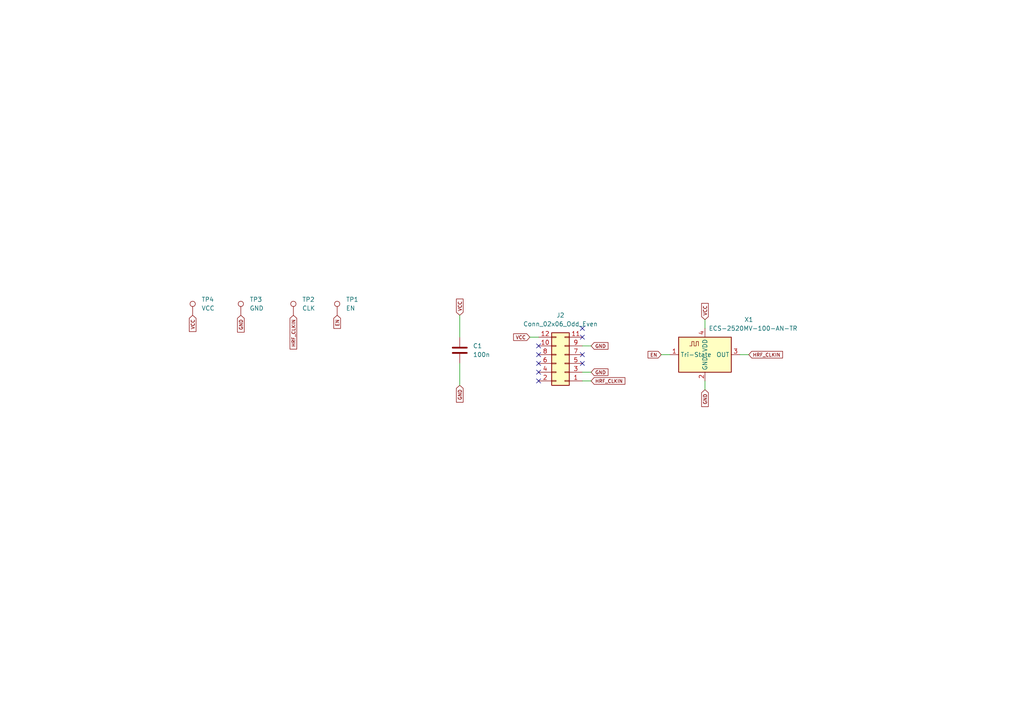
<source format=kicad_sch>
(kicad_sch (version 20230121) (generator eeschema)
  (paper "A4")
  (lib_symbols
    (symbol "Connector:TestPoint" (pin_numbers hide) (pin_names (offset 0.762) hide)
      (property "Reference" "TP" (at 0 6.858 0))
      (property "Value" "TestPoint" (at 0 5.08 0))
      (symbol "TestPoint_0_1"
        (circle (center 0 3.302) (radius 0.762))
      )
      (symbol "TestPoint_1_1"
        (pin passive line (at 0 0 90) (length 2.54) (name "1") (number "1"))
      )
    )
    (symbol "Connector_Generic:Conn_02x06_Odd_Even" (pin_names (offset 1.016) hide)
      (property "Reference" "J" (at 1.27 7.62 0))
      (property "Value" "Conn_02x06_Odd_Even" (at 1.27 -10.16 0))
      (symbol "Conn_02x06_Odd_Even_1_1"
        (rectangle (start -1.27 -7.493) (end 0 -7.747) (stroke (width 0.1524)))
        (rectangle (start -1.27 -4.953) (end 0 -5.207) (stroke (width 0.1524)))
        (rectangle (start -1.27 -2.413) (end 0 -2.667) (stroke (width 0.1524)))
        (rectangle (start -1.27 0.127) (end 0 -0.127) (stroke (width 0.1524)))
        (rectangle (start -1.27 2.667) (end 0 2.413) (stroke (width 0.1524)))
        (rectangle (start -1.27 5.207) (end 0 4.953) (stroke (width 0.1524)))
        (rectangle (start -1.27 6.35) (end 3.81 -8.89) (stroke (width 0.254)) (fill (type background)))
        (rectangle (start 3.81 -7.493) (end 2.54 -7.747) (stroke (width 0.1524)))
        (rectangle (start 3.81 -4.953) (end 2.54 -5.207) (stroke (width 0.1524)))
        (rectangle (start 3.81 -2.413) (end 2.54 -2.667) (stroke (width 0.1524)))
        (rectangle (start 3.81 0.127) (end 2.54 -0.127) (stroke (width 0.1524)))
        (rectangle (start 3.81 2.667) (end 2.54 2.413) (stroke (width 0.1524)))
        (rectangle (start 3.81 5.207) (end 2.54 4.953) (stroke (width 0.1524)))
        (pin passive line (at -5.08 5.08 0) (length 3.81) (name "Pin_1") (number "1"))
        (pin passive line (at 7.62 -5.08 180) (length 3.81) (name "Pin_10") (number "10"))
        (pin passive line (at -5.08 -7.62 0) (length 3.81) (name "Pin_11") (number "11"))
        (pin passive line (at 7.62 -7.62 180) (length 3.81) (name "Pin_12") (number "12"))
        (pin passive line (at 7.62 5.08 180) (length 3.81) (name "Pin_2") (number "2"))
        (pin passive line (at -5.08 2.54 0) (length 3.81) (name "Pin_3") (number "3"))
        (pin passive line (at 7.62 2.54 180) (length 3.81) (name "Pin_4") (number "4"))
        (pin passive line (at -5.08 0 0) (length 3.81) (name "Pin_5") (number "5"))
        (pin passive line (at 7.62 0 180) (length 3.81) (name "Pin_6") (number "6"))
        (pin passive line (at -5.08 -2.54 0) (length 3.81) (name "Pin_7") (number "7"))
        (pin passive line (at 7.62 -2.54 180) (length 3.81) (name "Pin_8") (number "8"))
        (pin passive line (at -5.08 -5.08 0) (length 3.81) (name "Pin_9") (number "9"))
      )
    )
    (symbol "Device:C" (pin_numbers hide) (pin_names (offset 0.254))
      (property "Reference" "C" (at 0.635 2.54 0))
      (property "Value" "C" (at 0.635 -2.54 0))
      (symbol "C_0_1"
        (polyline (pts (xy -2.032 -0.762) (xy 2.032 -0.762)) (stroke (width 0.508)))
        (polyline (pts (xy -2.032 0.762) (xy 2.032 0.762)) (stroke (width 0.508)))
      )
      (symbol "C_1_1"
        (pin passive line (at 0 3.81 270) (length 2.794) (name "~") (number "1"))
        (pin passive line (at 0 -3.81 90) (length 2.794) (name "~") (number "2"))
      )
    )
    (symbol "Oscillator:ECS-2520MV-xxx-xx"
      (property "Reference" "X" (at -5.08 6.35 0))
      (property "Value" "ECS-2520MV-xxx-xx" (at 1.27 -6.35 0))
      (symbol "ECS-2520MV-xxx-xx_0_1"
        (rectangle (start -7.62 5.08) (end 7.62 -5.08) (stroke (width 0.254)) (fill (type background)))
        (polyline (pts (xy -4.445 2.54) (xy -3.81 2.54) (xy -3.81 3.81) (xy -3.175 3.81) (xy -3.175 2.54) (xy -2.54 2.54) (xy -2.54 3.81) (xy -1.905 3.81) (xy -1.905 2.54)))
      )
      (symbol "ECS-2520MV-xxx-xx_1_1"
        (pin input line (at -10.16 0 0) (length 2.54) (name "Tri-State") (number "1"))
        (pin power_in line (at 0 -7.62 90) (length 2.54) (name "GND") (number "2"))
        (pin output line (at 10.16 0 180) (length 2.54) (name "OUT") (number "3"))
        (pin power_in line (at 0 7.62 270) (length 2.54) (name "VDD") (number "4"))
      )
    )
  )
  (no_connect (at 156.21 102.87))
  (no_connect (at 156.21 105.41))
  (no_connect (at 168.91 97.79))
  (no_connect (at 156.21 110.49))
  (no_connect (at 168.91 102.87))
  (no_connect (at 168.91 95.25))
  (no_connect (at 168.91 105.41))
  (no_connect (at 156.21 100.33))
  (no_connect (at 156.21 107.95))
  (wire (pts (xy 204.47 92.71) (xy 204.47 95.25)))
  (wire (pts (xy 168.91 110.49) (xy 171.45 110.49)))
  (wire (pts (xy 168.91 107.95) (xy 171.45 107.95)))
  (wire (pts (xy 204.47 113.03) (xy 204.47 110.49)))
  (wire (pts (xy 168.91 100.33) (xy 171.45 100.33)))
  (wire (pts (xy 133.35 91.44) (xy 133.35 97.79)))
  (wire (pts (xy 133.35 105.41) (xy 133.35 111.76)))
  (wire (pts (xy 217.17 102.87) (xy 214.63 102.87)))
  (wire (pts (xy 153.67 97.79) (xy 156.21 97.79)))
  (wire (pts (xy 191.77 102.87) (xy 194.31 102.87)))
  (global_label "HRF_CLKIN" (shape input) (at 217.17 102.87 0) (effects (font (size 0.9906 0.9906))) (property "Intersheetrefs" "${INTERSHEET_REFS}" (effects hide)))
  (global_label "GND" (shape input) (at 171.45 107.95 0) (effects (font (size 0.9906 0.9906))) (property "Intersheetrefs" "${INTERSHEET_REFS}" (effects hide)))
  (global_label "VCC" (shape input) (at 133.35 91.44 90) (effects (font (size 0.9906 0.9906))) (property "Intersheetrefs" "${INTERSHEET_REFS}" (effects hide)))
  (global_label "VCC" (shape input) (at 153.67 97.79 180) (effects (font (size 0.9906 0.9906))) (property "Intersheetrefs" "${INTERSHEET_REFS}" (effects hide)))
  (global_label "EN" (shape input) (at 191.77 102.87 180) (effects (font (size 0.9906 0.9906))) (property "Intersheetrefs" "${INTERSHEET_REFS}" (effects hide)))
  (global_label "VCC" (shape input) (at 55.88 91.44 270) (effects (font (size 0.9906 0.9906))) (property "Intersheetrefs" "${INTERSHEET_REFS}" (effects hide)))
  (global_label "GND" (shape input) (at 204.47 113.03 270) (effects (font (size 0.9906 0.9906))) (property "Intersheetrefs" "${INTERSHEET_REFS}" (effects hide)))
  (global_label "EN" (shape input) (at 97.79 91.44 270) (effects (font (size 0.9906 0.9906))) (property "Intersheetrefs" "${INTERSHEET_REFS}" (effects hide)))
  (global_label "GND" (shape input) (at 133.35 111.76 270) (effects (font (size 0.9906 0.9906))) (property "Intersheetrefs" "${INTERSHEET_REFS}" (effects hide)))
  (global_label "HRF_CLKIN" (shape input) (at 85.09 91.44 270) (effects (font (size 0.9906 0.9906))) (property "Intersheetrefs" "${INTERSHEET_REFS}" (effects hide)))
  (global_label "HRF_CLKIN" (shape input) (at 171.45 110.49 0) (effects (font (size 0.9906 0.9906))) (property "Intersheetrefs" "${INTERSHEET_REFS}" (effects hide)))
  (global_label "GND" (shape input) (at 69.85 91.44 270) (effects (font (size 0.9906 0.9906))) (property "Intersheetrefs" "${INTERSHEET_REFS}" (effects hide)))
  (global_label "VCC" (shape input) (at 204.47 92.71 90) (effects (font (size 0.9906 0.9906))) (property "Intersheetrefs" "${INTERSHEET_REFS}" (effects hide)))
  (global_label "GND" (shape input) (at 171.45 100.33 0) (effects (font (size 0.9906 0.9906))) (property "Intersheetrefs" "${INTERSHEET_REFS}" (effects hide)))
  (symbol (lib_id "Connector:TestPoint") (at 85.09 91.44 0) (unit 1)
    (property "Reference" "TP2" (at 87.63 86.868 0) (effects (justify left)))
    (property "Value" "CLK" (at 87.63 89.408 0) (effects (justify left)))
    (property "Footprint" "TestPoint:TestPoint_Pad_D1.5mm" (effects hide))
  )
  (symbol (lib_id "Connector:TestPoint") (at 55.88 91.44 0) (unit 1)
    (property "Reference" "TP4" (at 58.42 86.868 0) (effects (justify left)))
    (property "Value" "VCC" (at 58.42 89.408 0) (effects (justify left)))
    (property "Footprint" "TestPoint:TestPoint_Pad_D1.5mm" (effects hide))
  )
  (symbol (lib_id "Device:C") (at 133.35 101.6 0) (unit 1)
    (property "Reference" "C1" (at 137.16 100.33 0) (effects (justify left)))
    (property "Value" "100n" (at 137.16 102.87 0) (effects (justify left)))
    (property "Footprint" "Capacitor_SMD:C_0402_1005Metric" (effects hide))
  )
  (symbol (lib_id "Connector_Generic:Conn_02x06_Odd_Even") (at 163.83 105.41 180) (unit 1)
    (property "Reference" "J2" (at 162.56 91.44 0))
    (property "Value" "Conn_02x06_Odd_Even" (at 162.56 93.98 0))
    (property "Footprint" "Connector_PinHeader_2.54mm:PinHeader_2x06_P2.54mm_Vertical_SMD" (effects hide))
  )
  (symbol (lib_id "Oscillator:ECS-2520MV-xxx-xx") (at 204.47 102.87 0) (unit 1)
    (property "Reference" "X1" (at 217.17 92.71 0))
    (property "Value" "ECS-2520MV-100-AN-TR" (at 218.44 95.25 0))
    (property "Footprint" "Oscillator:Oscillator_SMD_ECS_2520MV-xxx-xx-4Pin_2.5x2.0mm" (effects hide))
    (property "Datasheet" "https://www.ecsxtal.com/store/pdf/ECS-2520MV.pdf" (effects hide))
  )
  (symbol (lib_id "Connector:TestPoint") (at 97.79 91.44 0) (unit 1)
    (property "Reference" "TP1" (at 100.33 86.868 0) (effects (justify left)))
    (property "Value" "EN" (at 100.33 89.408 0) (effects (justify left)))
    (property "Footprint" "TestPoint:TestPoint_Pad_D1.5mm" (effects hide))
  )
  (symbol (lib_id "Connector:TestPoint") (at 69.85 91.44 0) (unit 1)
    (property "Reference" "TP3" (at 72.39 86.868 0) (effects (justify left)))
    (property "Value" "GND" (at 72.39 89.408 0) (effects (justify left)))
    (property "Footprint" "TestPoint:TestPoint_Pad_D1.5mm" (effects hide))
  )
)
</source>
